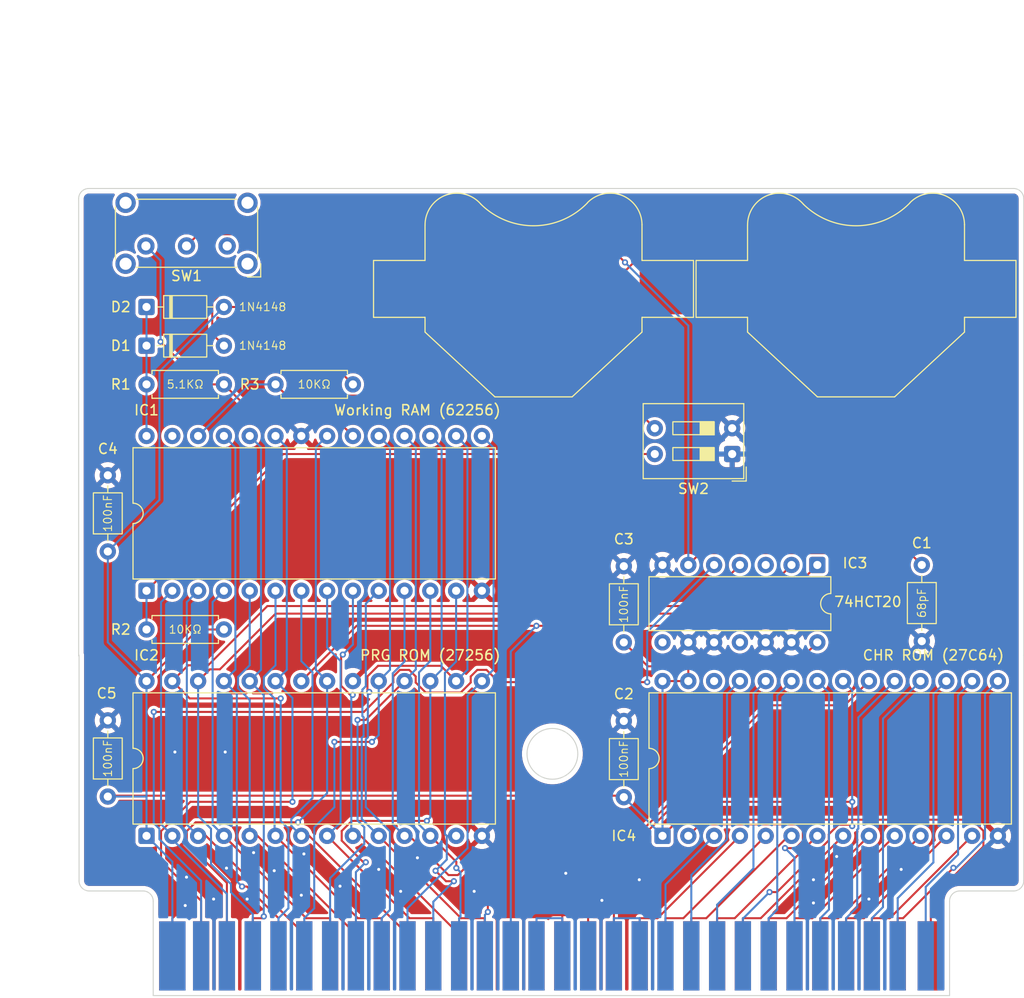
<source format=kicad_pcb>
(kicad_pcb (version 20241229) (generator "pcbnew") (generator_version "9.0")
  (layers (0 "F.Cu" signal) (2 "B.Cu" signal) (13 "F.Paste" user) (15 "B.Paste" user) (5 "F.SilkS" user "F.Silkscreen") (7 "B.SilkS" user "B.Silkscreen") (1 "F.Mask" user) (3 "B.Mask" user) (25 "Edge.Cuts" user))
  (net 0 "")
  (net 1 "Net-(BT1-+)")
  (net 2 "/GND")
  (net 3 "/~{ROMSEL}")
  (net 4 "Net-(H1-cAUDIO)")
  (net 5 "Net-(H1-p~{A13})")
  (net 6 "Net-(SW1-B)")
  (net 7 "/V_{CC}")
  (net 8 "/PA_{4}")
  (net 9 "/PA_{12}")
  (net 10 "/D_{4}")
  (net 11 "/PA_{7}")
  (net 12 "/D_{5}")
  (net 13 "/A_{1}")
  (net 14 "/~{RD}")
  (net 15 "/A_{13}")
  (net 16 "/PA_{0}")
  (net 17 "/PA_{3}")
  (net 18 "/PD_{6}")
  (net 21 "/PD_{5}")
  (net 22 "/D_{1}")
  (net 23 "/D_{2}")
  (net 24 "/D_{7}")
  (net 25 "/PA_{10}")
  (net 26 "/PA_{1}")
  (net 27 "/A_{11}")
  (net 28 "/PD_{1}")
  (net 29 "/A_{3}")
  (net 30 "/A_{0}")
  (net 31 "/PA_{8}")
  (net 32 "/PA_{5}")
  (net 33 "/A_{2}")
  (net 34 "/PA_{9}")
  (net 35 "/A_{7}")
  (net 36 "/D_{0}")
  (net 37 "/D_{3}")
  (net 38 "/A_{14}")
  (net 39 "/PA_{13}")
  (net 40 "/PA_{2}")
  (net 41 "/A_{9}")
  (net 42 "/PD_{7}")
  (net 43 "/O2")
  (net 44 "/A_{5}")
  (net 45 "/PD_{3}")
  (net 46 "/A_{8}")
  (net 47 "/A_{4}")
  (net 48 "/A_{12}")
  (net 49 "/PD_{2}")
  (net 50 "/A_{6}")
  (net 51 "/R{slash}_{W}")
  (net 52 "/PA_{6}")
  (net 53 "/PA_{11}")
  (net 54 "/PD_{4}")
  (net 55 "/D_{6}")
  (net 56 "/PD_{0}")
  (net 57 "/A_{10}")
  (net 58 "/RAMV_{CC}")
  (net 59 "/RAM_{~{CS}}")
  (net 60 "/SWA_{13}")
  (net 61 "/SWA_{14}")
  (net 62 "/R{slash}~{W}")
  (net 65 "Net-(BT1--)")
  (footprint "Battery:BatteryHolder_Multicomp_BC-2001_1x2032" (layer "F.Cu") (at 133.03 77.8874)
    (property "Reference" "BT2" (hide yes))
    (property "Value" "1.5V" (hide yes))
  )
  (footprint "Diode_THT:D_DO-35_SOD27_P7.62mm_Horizontal" (layer "F.Cu") (at 63.18 83.4754)
    (property "Reference" "D1")
    (property "Value" "1N4148")
  )
  (footprint "Button_Switch_THT:SW_DIP_SPSTx02_Slide_9.78x7.26mm_W7.62mm_P2.54mm" (layer "F.Cu") (at 120.838 94.1434 180)
    (property "Reference" "SW2")
    (property "Value" "RAM BANK SW")
  )
  (footprint "Capacitor_THT:C_Axial_L3.8mm_D2.6mm_P7.50mm_Horizontal" (layer "F.Cu") (at 59.37 127.8654 90)
    (property "Reference" "C5")
    (property "Value" "100nF")
  )
  (footprint "Package_DIP:DIP-28_W15.24mm" (layer "F.Cu") (at 113.98 131.7354 90)
    (property "Reference" "IC4")
    (property "Value" "CHR ROM (27C64)")
  )
  (footprint "Button_Switch_THT:SW_E-Switch_EG1224_SPDT_Angled" (layer "F.Cu") (at 71.12 73.66 180)
    (property "Reference" "SW1")
    (property "Value" "BACKUP SW")
  )
  (footprint "Capacitor_THT:C_Axial_L3.8mm_D2.6mm_P7.50mm_Horizontal" (layer "F.Cu") (at 59.37 103.7354 90)
    (property "Reference" "C4")
    (property "Value" "100nF")
  )
  (footprint "Capacitor_THT:C_Axial_L3.8mm_D2.6mm_P7.50mm_Horizontal" (layer "F.Cu") (at 110.17 127.9254 90)
    (property "Reference" "C2")
    (property "Value" "100nF")
  )
  (footprint "Clueless_Engineer:Famicom_Cartridge_Edge_Connector_(long_legs)" (layer "F.Cu") (at 63.854 137.1622)
    (property "Reference" "H1" (hide yes))
    (property "Value" "Famicom_Cartridge_Edge" (hide yes))
  )
  (footprint "Package_DIP:DIP-28_W15.24mm" (layer "F.Cu") (at 63.18 131.7354 90)
    (property "Reference" "IC2")
    (property "Value" "PRG ROM (27256)")
  )
  (footprint "Package_DIP:DIP-14_W7.62mm" (layer "F.Cu") (at 129.22 105.0654 -90)
    (property "Reference" "IC3")
    (property "Value" "74HCT20")
  )
  (footprint "Resistor_THT:R_Axial_DIN0207_L6.3mm_D2.5mm_P7.62mm_Horizontal" (layer "F.Cu") (at 75.88 87.2854)
    (property "Reference" "R3")
    (property "Value" "10KΩ")
  )
  (footprint "Package_DIP:DIP-28_W15.24mm" (layer "F.Cu") (at 63.18 107.6054 90)
    (property "Reference" "IC1")
    (property "Value" "Working RAM (62256)")
  )
  (footprint "Capacitor_THT:C_Axial_L3.8mm_D2.6mm_P7.50mm_Horizontal" (layer "F.Cu") (at 139.507 105.0654 -90)
    (property "Reference" "C1")
    (property "Value" "68pF")
  )
  (footprint "Resistor_THT:R_Axial_DIN0207_L6.3mm_D2.5mm_P7.62mm_Horizontal" (layer "F.Cu") (at 63.18 111.4154)
    (property "Reference" "R2")
    (property "Value" "10KΩ")
  )
  (footprint "Resistor_THT:R_Axial_DIN0207_L6.3mm_D2.5mm_P7.62mm_Horizontal" (layer "F.Cu") (at 63.18 87.2854)
    (property "Reference" "R1")
    (property "Value" "5.1KΩ")
  )
  (footprint "Battery:BatteryHolder_Multicomp_BC-2001_1x2032" (layer "F.Cu") (at 101.28 77.8874)
    (property "Reference" "BT1" (hide yes))
    (property "Value" "1.5V" (hide yes))
  )
  (footprint "Diode_THT:D_DO-35_SOD27_P7.62mm_Horizontal" (layer "F.Cu") (at 63.18 79.6654)
    (property "Reference" "D2")
    (property "Value" "1N4148")
  )
  (footprint "Capacitor_THT:C_Axial_L3.8mm_D2.6mm_P7.50mm_Horizontal" (layer "F.Cu") (at 110.17 112.6854 90)
    (property "Reference" "C3")
    (property "Value" "100nF")
  )
  (gr_line (start 149.54 113.96) (end 149.54 136.16) (stroke (width 0.1)) (layer "Edge.Cuts"))
  (gr_arc (start 142.24 138.16) (mid 142.532893 137.452893) (end 143.24 137.16) (stroke (width 0.1)) (layer "Edge.Cuts"))
  (gr_arc (start 62.84 137.16) (mid 63.547107 137.452893) (end 63.84 138.16) (stroke (width 0.1)) (layer "Edge.Cuts"))
  (gr_line (start 56.54 113.96) (end 56.54 136.16) (stroke (width 0.1)) (layer "Edge.Cuts"))
  (gr_line (start 142.24 147.46) (end 63.84 147.46) (stroke (width 0.1)) (layer "Edge.Cuts"))
  (gr_arc (start 57.54 137.16) (mid 56.832893 136.867107) (end 56.54 136.16) (stroke (width 0.1)) (layer "Edge.Cuts"))
  (gr_circle (center 103.14 123.66) (end 105.64 123.66) (stroke (width 0.1)) (fill no) (layer "Edge.Cuts"))
  (gr_line (start 142.24 138.16) (end 142.24 147.46) (stroke (width 0.1)) (layer "Edge.Cuts"))
  (gr_line (start 56.5 114) (end 56.5 69) (stroke (width 0.1)) (layer "Edge.Cuts"))
  (gr_line (start 148.54 137.16) (end 143.24 137.16) (stroke (width 0.1)) (layer "Edge.Cuts"))
  (gr_line (start 148.54 68) (end 59.5 68) (stroke (width 0.1)) (layer "Edge.Cuts"))
  (gr_arc (start 149.54 136.16) (mid 149.247107 136.867107) (end 148.54 137.16) (stroke (width 0.1)) (layer "Edge.Cuts"))
  (gr_line (start 56.54 113.96) (end 56.5 114) (stroke (width 0.1)) (layer "Edge.Cuts"))
  (gr_line (start 149.54 113.955389) (end 149.54 69) (stroke (width 0.1)) (layer "Edge.Cuts"))
  (gr_arc (start 148.54 68) (mid 149.247107 68.292893) (end 149.54 69) (stroke (width 0.1)) (layer "Edge.Cuts"))
  (gr_arc (start 56.5 69) (mid 56.792893 68.292893) (end 57.5 68) (stroke (width 0.1)) (layer "Edge.Cuts"))
  (gr_line (start 62.84 137.16) (end 57.54 137.16) (stroke (width 0.1)) (layer "Edge.Cuts"))
  (gr_line (start 63.84 147.46) (end 63.84 138.16) (stroke (width 0.1)) (layer "Edge.Cuts"))
  (gr_line (start 57.5 68) (end 59.5 68) (stroke (width 0.1)) (layer "Edge.Cuts"))
  (segment (start 111.4283 77.8874) (end 109.1266 80.1891) (width 0.2) (layer "F.Cu") (net 1))
  (segment (start 93.4334 80.1891) (end 91.1317 77.8874) (width 0.2) (layer "F.Cu") (net 1))
  (segment (start 70.8 83.4754) (end 69.652 82.3274) (width 0.2) (layer "F.Cu") (net 1))
  (segment (start 70.9704 77.8874) (end 88.33 77.8874) (width 0.2) (layer "F.Cu") (net 1))
  (segment (start 88.33 77.8874) (end 91.1317 77.8874) (width 0.2) (layer "F.Cu") (net 1))
  (segment (start 114.23 77.8874) (end 111.4283 77.8874) (width 0.2) (layer "F.Cu") (net 1))
  (segment (start 69.652 82.3274) (end 69.652 79.2058) (width 0.2) (layer "F.Cu") (net 1))
  (segment (start 109.1266 80.1891) (end 93.4334 80.1891) (width 0.2) (layer "F.Cu") (net 1))
  (segment (start 69.652 79.2058) (end 70.9704 77.8874) (width 0.2) (layer "F.Cu") (net 1))
  (segment (start 104.114 135.759389) (end 104.455 135.418389) (width 0.2) (layer "F.Cu") (net 2))
  (segment (start 65.724 139.859389) (end 66.99 138.593389) (width 0.2) (layer "F.Cu") (net 2))
  (segment (start 65.724 143.5572) (end 65.724 139.859389) (width 0.2) (layer "F.Cu") (net 2))
  (segment (start 104.114 143.5522) (end 104.114 135.759389) (width 0.2) (layer "F.Cu") (net 2))
  (via (at 134.3 137.958389) (size 0.6) (drill 0.3) (layers "F.Cu" "B.Cu") (net 2))
  (via (at 89.85 133.894389) (size 0.6) (drill 0.3) (layers "F.Cu" "B.Cu") (net 2))
  (via (at 67.117 135.799389) (size 0.6) (drill 0.3) (layers "F.Cu" "B.Cu") (net 2))
  (via (at 66.99 138.593389) (size 0.6) (drill 0.3) (layers "F.Cu" "B.Cu") (net 2))
  (via (at 131.125 133.767389) (size 0.6) (drill 0.3) (layers "F.Cu" "B.Cu") (net 2))
  (via (at 111.694 136.053389) (size 0.6) (drill 0.3) (layers "F.Cu" "B.Cu") (net 2))
  (via (at 95.438 137.196389) (size 0.6) (drill 0.3) (layers "F.Cu" "B.Cu") (net 2))
  (via (at 69.784 137.958389) (size 0.6) (drill 0.3) (layers "F.Cu" "B.Cu") (net 2))
  (via (at 78.674 133.513389) (size 0.6) (drill 0.3) (layers "F.Cu" "B.Cu") (net 2))
  (via (at 128.839 136.053389) (size 0.6) (drill 0.3) (layers "F.Cu" "B.Cu") (net 2))
  (via (at 73.721 133.386389) (size 0.6) (drill 0.3) (layers "F.Cu" "B.Cu") (net 2))
  (via (at 137.475 135.037389) (size 0.6) (drill 0.3) (layers "F.Cu" "B.Cu") (net 2))
  (via (at 128.839 138.339389) (size 0.6) (drill 0.3) (layers "F.Cu" "B.Cu") (net 2))
  (via (at 70.927 123.480389) (size 0.6) (drill 0.3) (layers "F.Cu" "B.Cu") (net 2))
  (via (at 71.054 134.910389) (size 0.6) (drill 0.3) (layers "F.Cu" "B.Cu") (net 2))
  (via (at 82.23 136.688389) (size 0.6) (drill 0.3) (layers "F.Cu" "B.Cu") (net 2))
  (via (at 75.753 135.164389) (size 0.6) (drill 0.3) (layers "F.Cu" "B.Cu") (net 2))
  (via (at 104.455 135.418389) (size 0.6) (drill 0.3) (layers "F.Cu" "B.Cu") (net 2))
  (via (at 78.42 137.577389) (size 0.6) (drill 0.3) (layers "F.Cu" "B.Cu") (net 2))
  (via (at 86.04 135.037389) (size 0.6) (drill 0.3) (layers "F.Cu" "B.Cu") (net 2))
  (via (at 108.011 138.085389) (size 0.6) (drill 0.3) (layers "F.Cu" "B.Cu") (net 2))
  (via (at 73.086 137.958389) (size 0.6) (drill 0.3) (layers "F.Cu" "B.Cu") (net 2))
  (via (at 88.199 137.196389) (size 0.6) (drill 0.3) (layers "F.Cu" "B.Cu") (net 2))
  (via (at 65.974 123.480389) (size 0.6) (drill 0.3) (layers "F.Cu" "B.Cu") (net 2))
  (segment (start 123.2298 111.0556) (end 101.5639 111.0556) (width 0.2) (layer "F.Cu") (net 3))
  (segment (start 101.5639 111.0556) (end 83.8598 111.0556) (width 0.2) (layer "F.Cu") (net 3))
  (segment (start 129.22 105.0654) (end 123.2298 111.0556) (width 0.2) (layer "F.Cu") (net 3))
  (segment (start 83.8598 111.0556) (end 78.42 116.4954) (width 0.2) (layer "F.Cu") (net 3))
  (via (at 101.5639 111.0556) (size 0.6) (drill 0.3) (layers "F.Cu" "B.Cu") (net 3))
  (segment (start 99.044 143.5522) (end 99.044 113.5755) (width 0.2) (layer "B.Cu") (net 3))
  (segment (start 99.044 113.5755) (end 101.5639 111.0556) (width 0.2) (layer "B.Cu") (net 3))
  (segment (start 104.114 139.8405) (end 101.574 139.8405) (width 0.2) (layer "B.Cu") (net 4))
  (segment (start 101.574 143.5522) (end 101.574 139.8405) (width 0.2) (layer "B.Cu") (net 4))
  (segment (start 104.114 143.5522) (end 104.114 139.8405) (width 0.2) (layer "B.Cu") (net 4))
  (segment (start 111.734 139.8405) (end 109.194 139.8405) (width 0.2) (layer "B.Cu") (net 5))
  (segment (start 109.194 143.5522) (end 109.194 139.8405) (width 0.2) (layer "B.Cu") (net 5))
  (segment (start 111.734 143.5522) (end 111.734 139.8405) (width 0.2) (layer "B.Cu") (net 5))
  (segment (start 68.2776 72.5024) (end 107.5148 72.5024) (width 0.2) (layer "F.Cu") (net 6))
  (segment (start 138.3428 103.9012) (end 139.507 105.0654) (width 0.2) (layer "F.Cu") (net 6))
  (segment (start 67.12 73.66) (end 68.2776 72.5024) (width 0.2) (layer "F.Cu") (net 6))
  (segment (start 117.6842 103.9012) (end 138.3428 103.9012) (width 0.2) (layer "F.Cu") (net 6))
  (segment (start 116.52 105.0654) (end 117.6842 103.9012) (width 0.2) (layer "F.Cu") (net 6))
  (segment (start 107.5148 72.5024) (end 110.2876 75.2752) (width 0.2) (layer "F.Cu") (net 6))
  (via (at 110.2876 75.2752) (size 0.6) (drill 0.3) (layers "F.Cu" "B.Cu") (net 6))
  (segment (start 116.52 81.5076) (end 110.2876 75.2752) (width 0.2) (layer "B.Cu") (net 6))
  (segment (start 116.52 105.0654) (end 116.52 81.5076) (width 0.2) (layer "B.Cu") (net 6))
  (segment (start 59.4557 127.7797) (end 59.37 127.8654) (width 0.2) (layer "F.Cu") (net 7))
  (segment (start 116.52 115.0411) (end 116.52 116.4954) (width 0.2) (layer "F.Cu") (net 7))
  (segment (start 110.0243 127.7797) (end 59.4557 127.7797) (width 0.2) (layer "F.Cu") (net 7))
  (segment (start 112.5257 115.0411) (end 110.17 112.6854) (width 0.2) (layer "F.Cu") (net 7))
  (segment (start 75.88 79.6654) (end 70.8 79.6654) (width 0.2) (layer "F.Cu") (net 7))
  (segment (start 116.52 115.0411) (end 112.5257 115.0411) (width 0.2) (layer "F.Cu") (net 7))
  (segment (start 68.26 111.4154) (end 70.8 111.4154) (width 0.2) (layer "F.Cu") (net 7))
  (segment (start 126.8643 115.0411) (end 116.52 115.0411) (width 0.2) (layer "F.Cu") (net 7))
  (segment (start 144.4693 130.1435) (end 115.5719 130.1435) (width 0.2) (layer "F.Cu") (net 7))
  (segment (start 129.22 112.6854) (end 126.8643 115.0411) (width 0.2) (layer "F.Cu") (net 7))
  (segment (start 63.18 116.4954) (end 68.26 111.4154) (width 0.2) (layer "F.Cu") (net 7))
  (segment (start 145.5724 132.7793) (end 145.5724 131.2466) (width 0.2) (layer "F.Cu") (net 7))
  (segment (start 115.5719 130.1435) (end 113.98 131.7354) (width 0.2) (layer "F.Cu") (net 7))
  (segment (start 113.98 116.4954) (end 116.52 116.4954) (width 0.2) (layer "F.Cu") (net 7))
  (segment (start 83.5 87.2854) (end 75.88 79.6654) (width 0.2) (layer "F.Cu") (net 7))
  (segment (start 110.17 127.9254) (end 110.0243 127.7797) (width 0.2) (layer "F.Cu") (net 7))
  (segment (start 145.5724 131.2466) (end 144.4693 130.1435) (width 0.2) (layer "F.Cu") (net 7))
  (segment (start 140.394 137.9577) (end 145.5724 132.7793) (width 0.2) (layer "F.Cu") (net 7))
  (segment (start 140.394 143.5522) (end 140.394 137.9577) (width 0.2) (layer "F.Cu") (net 7))
  (segment (start 63.18 116.4954) (end 63.18 127.8654) (width 0.2) (layer "B.Cu") (net 7))
  (segment (start 65.724 134.2794) (end 65.724 143.5572) (width 0.2) (layer "B.Cu") (net 7))
  (segment (start 64.45 86.0154) (end 64.45 98.6554) (width 0.2) (layer "B.Cu") (net 7))
  (segment (start 113.98 131.7354) (end 110.17 127.9254) (width 0.2) (layer "B.Cu") (net 7))
  (segment (start 59.37 112.6854) (end 63.18 116.4954) (width 0.2) (layer "B.Cu") (net 7))
  (segment (start 113.98 116.4954) (end 113.98 131.7354) (width 0.2) (layer "B.Cu") (net 7))
  (segment (start 63.18 131.7354) (end 65.724 134.2794) (width 0.2) (layer "B.Cu") (net 7))
  (segment (start 70.8 79.6654) (end 64.45 86.0154) (width 0.2) (layer "B.Cu") (net 7))
  (segment (start 63.18 127.8654) (end 63.18 131.7354) (width 0.2) (layer "B.Cu") (net 7))
  (segment (start 63.18 127.8654) (end 59.37 127.8654) (width 0.2) (layer "B.Cu") (net 7))
  (segment (start 59.37 103.7354) (end 59.37 112.6854) (width 0.2) (layer "B.Cu") (net 7))
  (segment (start 64.45 98.6554) (end 59.37 103.7354) (width 0.2) (layer "B.Cu") (net 7))
  (segment (start 116.814 143.5522) (end 116.814 139.8405) (width 0.2) (layer "F.Cu") (net 8))
  (segment (start 118.288 139.8405) (end 116.814 139.8405) (width 0.2) (layer "F.Cu") (net 8))
  (segment (start 126.68 131.7354) (end 126.3931 131.7354) (width 0.2) (layer "F.Cu") (net 8))
  (segment (start 126.3931 131.7354) (end 118.288 139.8405) (width 0.2) (layer "F.Cu") (net 8))
  (segment (start 117.6589 130.5965) (end 127.197 130.5965) (width 0.2) (layer "F.Cu") (net 9))
  (segment (start 127.197 130.5965) (end 127.7981 131.1976) (width 0.2) (layer "F.Cu") (net 9))
  (segment (start 127.0951 132.9393) (end 126.04 132.9393) (width 0.2) (layer "F.Cu") (net 9))
  (segment (start 127.7981 131.1976) (end 127.7981 132.2363) (width 0.2) (layer "F.Cu") (net 9))
  (segment (start 116.52 131.7354) (end 117.6589 130.5965) (width 0.2) (layer "F.Cu") (net 9))
  (segment (start 127.7981 132.2363) (end 127.0951 132.9393) (width 0.2) (layer "F.Cu") (net 9))
  (via (at 126.04 132.9393) (size 0.6) (drill 0.3) (layers "F.Cu" "B.Cu") (net 9))
  (segment (start 126.974 133.8732) (end 126.974 143.5522) (width 0.2) (layer "B.Cu") (net 9))
  (segment (start 126.9739 133.8732) (end 126.974 133.8732) (width 0.2) (layer "B.Cu") (net 9))
  (segment (start 126.04 132.9393) (end 126.9739 133.8732) (width 0.2) (layer "B.Cu") (net 9))
  (segment (start 84.9297 116.0382) (end 84.9297 117.3863) (width 0.2) (layer "F.Cu") (net 10))
  (segment (start 93.66 116.4954) (end 92.1566 114.992) (width 0.2) (layer "F.Cu") (net 10))
  (segment (start 85.9759 114.992) (end 84.9297 116.0382) (width 0.2) (layer "F.Cu") (net 10))
  (segment (start 84.9297 117.3863) (end 85.1066 117.5632) (width 0.2) (layer "F.Cu") (net 10))
  (segment (start 92.1566 114.992) (end 85.9759 114.992) (width 0.2) (layer "F.Cu") (net 10))
  (via (at 85.1066 117.5632) (size 0.6) (drill 0.3) (layers "F.Cu" "B.Cu") (net 10))
  (segment (start 94.7712 93.4766) (end 94.7712 115.3842) (width 0.2) (layer "B.Cu") (net 10))
  (segment (start 84.7706 128.9079) (end 87.1427 131.28) (width 0.2) (layer "B.Cu") (net 10))
  (segment (start 94.7712 115.3842) (end 93.66 116.4954) (width 0.2) (layer "B.Cu") (net 10))
  (segment (start 87.1427 131.28) (end 87.1427 139.0318) (width 0.2) (layer "B.Cu") (net 10))
  (segment (start 87.1427 139.0318) (end 86.334 139.8405) (width 0.2) (layer "B.Cu") (net 10))
  (segment (start 84.9706 122.0325) (end 84.7706 122.2325) (width 0.2) (layer "B.Cu") (net 10))
  (segment (start 85.1066 117.5632) (end 84.9706 117.6992) (width 0.2) (layer "B.Cu") (net 10))
  (segment (start 86.334 143.5522) (end 86.334 139.8405) (width 0.2) (layer "B.Cu") (net 10))
  (segment (start 84.9706 117.6992) (end 84.9706 122.0325) (width 0.2) (layer "B.Cu") (net 10))
  (segment (start 93.66 92.3654) (end 94.7712 93.4766) (width 0.2) (layer "B.Cu") (net 10))
  (segment (start 84.7706 122.2325) (end 84.7706 128.9079) (width 0.2) (layer "B.Cu") (net 10))
  (segment (start 114.274 143.5522) (end 114.274 136.5214) (width 0.2) (layer "B.Cu") (net 11))
  (segment (start 114.274 136.5214) (end 119.06 131.7354) (width 0.2) (layer "B.Cu") (net 11))
  (segment (start 82.3963 132.199) (end 82.3963 131.2566) (width 0.2) (layer "F.Cu") (net 12))
  (segment (start 84.5268 134.3295) (end 82.3963 132.199) (width 0.2) (layer "F.Cu") (net 12))
  (segment (start 82.3963 131.2566) (end 83.3914 130.2615) (width 0.2) (layer "F.Cu") (net 12))
  (segment (start 84.7654 134.3295) (end 84.5268 134.3295) (width 0.2) (layer "F.Cu") (net 12))
  (segment (start 83.3914 130.2615) (end 90.7786 130.2615) (width 0.2) (layer "F.Cu") (net 12))
  (via (at 84.7654 134.3295) (size 0.6) (drill 0.3) (layers "F.Cu" "B.Cu") (net 12))
  (via (at 90.7786 130.2615) (size 0.6) (drill 0.3) (layers "F.Cu" "B.Cu") (net 12))
  (segment (start 92.2312 93.4766) (end 92.2312 115.3842) (width 0.2) (layer "B.Cu") (net 12))
  (segment (start 92.2312 115.3842) (end 91.12 116.4954) (width 0.2) (layer "B.Cu") (net 12))
  (segment (start 83.794 143.5522) (end 83.794 135.3009) (width 0.2) (layer "B.Cu") (net 12))
  (segment (start 91.12 129.9201) (end 91.12 116.4954) (width 0.2) (layer "B.Cu") (net 12))
  (segment (start 91.12 92.3654) (end 92.2312 93.4766) (width 0.2) (layer "B.Cu") (net 12))
  (segment (start 90.7786 130.2615) (end 91.12 129.9201) (width 0.2) (layer "B.Cu") (net 12))
  (segment (start 83.794 135.3009) (end 84.7654 134.3295) (width 0.2) (layer "B.Cu") (net 12))
  (segment (start 82.3394 116.9603) (end 82.3394 114.0539) (width 0.2) (layer "F.Cu") (net 13))
  (segment (start 82.3394 114.0539) (end 82.5064 113.8869) (width 0.2) (layer "F.Cu") (net 13))
  (segment (start 93.954 141.4211) (end 84.2683 131.7354) (width 0.2) (layer "F.Cu") (net 13))
  (segment (start 83.4778 117.8569) (end 83.236 117.8569) (width 0.2) (layer "F.Cu") (net 13))
  (segment (start 93.954 143.5522) (end 93.954 141.4211) (width 0.2) (layer "F.Cu") (net 13))
  (segment (start 83.236 117.8569) (end 82.3394 116.9603) (width 0.2) (layer "F.Cu") (net 13))
  (segment (start 84.2683 131.7354) (end 83.5 131.7354) (width 0.2) (layer "F.Cu") (net 13))
  (via (at 82.5064 113.8869) (size 0.6) (drill 0.3) (layers "F.Cu" "B.Cu") (net 13))
  (via (at 83.4778 117.8569) (size 0.6) (drill 0.3) (layers "F.Cu" "B.Cu") (net 13))
  (segment (start 82.5064 113.8869) (end 83.5 112.8933) (width 0.2) (layer "B.Cu") (net 13))
  (segment (start 83.5 112.8933) (end 83.5 107.6054) (width 0.2) (layer "B.Cu") (net 13))
  (segment (start 83.3423 131.5777) (end 83.3423 117.9924) (width 0.2) (layer "B.Cu") (net 13))
  (segment (start 83.3423 117.9924) (end 83.4778 117.8569) (width 0.2) (layer "B.Cu") (net 13))
  (segment (start 83.5 131.7354) (end 83.3423 131.5777) (width 0.2) (layer "B.Cu") (net 13))
  (segment (start 124.2898 118.8791) (end 106.654 136.5149) (width 0.2) (layer "F.Cu") (net 14))
  (segment (start 134.3 116.4954) (end 131.9163 118.8791) (width 0.2) (layer "F.Cu") (net 14))
  (segment (start 131.9163 118.8791) (end 124.2898 118.8791) (width 0.2) (layer "F.Cu") (net 14))
  (segment (start 106.654 136.5149) (end 106.654 143.5522) (width 0.2) (layer "F.Cu") (net 14))
  (segment (start 75.8836 109.856) (end 70.3998 115.3398) (width 0.2) (layer "F.Cu") (net 15))
  (segment (start 70.3998 115.3398) (end 69.4156 115.3398) (width 0.2) (layer "F.Cu") (net 15))
  (segment (start 126.68 105.0654) (end 121.8894 109.856) (width 0.2) (layer "F.Cu") (net 15))
  (segment (start 69.4156 115.3398) (end 68.26 116.4954) (width 0.2) (layer "F.Cu") (net 15))
  (segment (start 121.8894 109.856) (end 75.8836 109.856) (width 0.2) (layer "F.Cu") (net 15))
  (segment (start 69.53 131.0402) (end 69.53 134.5174) (width 0.2) (layer "B.Cu") (net 15))
  (segment (start 71.4942 136.4816) (end 71.4942 137.283) (width 0.2) (layer "B.Cu") (net 15))
  (segment (start 73.644 139.4328) (end 73.644 143.5522) (width 0.2) (layer "B.Cu") (net 15))
  (segment (start 68.26 129.7702) (end 69.53 131.0402) (width 0.2) (layer "B.Cu") (net 15))
  (segment (start 69.53 134.5174) (end 71.4942 136.4816) (width 0.2) (layer "B.Cu") (net 15))
  (segment (start 68.26 116.4954) (end 68.26 129.7702) (width 0.2) (layer "B.Cu") (net 15))
  (segment (start 71.4942 137.283) (end 73.644 139.4328) (width 0.2) (layer "B.Cu") (net 15))
  (segment (start 128.7349 139.8405) (end 136.84 131.7354) (width 0.2) (layer "F.Cu") (net 16))
  (segment (start 126.974 143.5522) (end 126.974 139.8405) (width 0.2) (layer "F.Cu") (net 16))
  (segment (start 126.974 139.8405) (end 128.7349 139.8405) (width 0.2) (layer "F.Cu") (net 16))
  (segment (start 129.1999 131.7354) (end 121.0948 139.8405) (width 0.2) (layer "F.Cu") (net 17))
  (segment (start 129.22 131.7354) (end 129.1999 131.7354) (width 0.2) (layer "F.Cu") (net 17))
  (segment (start 121.0948 139.8405) (end 119.354 139.8405) (width 0.2) (layer "F.Cu") (net 17))
  (segment (start 119.354 143.5522) (end 119.354 139.8405) (width 0.2) (layer "F.Cu") (net 17))
  (segment (start 135.686 120.1894) (end 135.686 138.7485) (width 0.2) (layer "B.Cu") (net 18))
  (segment (start 135.686 138.7485) (end 134.594 139.8405) (width 0.2) (layer "B.Cu") (net 18))
  (segment (start 139.38 116.4954) (end 135.686 120.1894) (width 0.2) (layer "B.Cu") (net 18))
  (segment (start 134.594 143.5522) (end 134.594 139.8405) (width 0.2) (layer "B.Cu") (net 18))
  (segment (start 140.65 117.7654) (end 140.65 134.3504) (width 0.2) (layer "B.Cu") (net 21))
  (segment (start 137.134 137.8664) (end 137.134 143.5522) (width 0.2) (layer "B.Cu") (net 21))
  (segment (start 141.92 116.4954) (end 140.65 117.7654) (width 0.2) (layer "B.Cu") (net 21))
  (segment (start 140.65 134.3504) (end 137.134 137.8664) (width 0.2) (layer "B.Cu") (net 21))
  (segment (start 91.12 131.7354) (end 93.681 134.2964) (width 0.2) (layer "F.Cu") (net 22))
  (segment (start 93.681 134.2964) (end 93.681 134.9001) (width 0.2) (layer "F.Cu") (net 22))
  (via (at 93.681 134.9001) (size 0.6) (drill 0.3) (layers "F.Cu" "B.Cu") (net 22))
  (segment (start 90.0087 130.6241) (end 91.12 131.7354) (width 0.2) (layer "B.Cu") (net 22))
  (segment (start 91.12 114.5213) (end 90.0087 115.6326) (width 0.2) (layer "B.Cu") (net 22))
  (segment (start 90.0087 115.6326) (end 90.0087 130.6241) (width 0.2) (layer "B.Cu") (net 22))
  (segment (start 91.12 107.6054) (end 91.12 114.5213) (width 0.2) (layer "B.Cu") (net 22))
  (segment (start 93.954 143.5522) (end 93.954 139.8405) (width 0.2) (layer "B.Cu") (net 22))
  (segment (start 94.0935 139.701) (end 94.0935 135.3126) (width 0.2) (layer "B.Cu") (net 22))
  (segment (start 94.0935 135.3126) (end 93.681 134.9001) (width 0.2) (layer "B.Cu") (net 22))
  (segment (start 93.954 139.8405) (end 94.0935 139.701) (width 0.2) (layer "B.Cu") (net 22))
  (segment (start 91.6382 135.1702) (end 92.666 136.198) (width 0.2) (layer "F.Cu") (net 23))
  (segment (start 92.666 136.198) (end 93.4379 136.198) (width 0.2) (layer "F.Cu") (net 23))
  (via (at 93.4379 136.198) (size 0.6) (drill 0.3) (layers "F.Cu" "B.Cu") (net 23))
  (via (at 91.6382 135.1702) (size 0.6) (drill 0.3) (layers "F.Cu" "B.Cu") (net 23))
  (segment (start 91.414 138.2219) (end 93.4379 136.198) (width 0.2) (layer "B.Cu") (net 23))
  (segment (start 92.7417 131.7354) (end 92.5581 131.5518) (width 0.2) (layer "B.Cu") (net 23))
  (segment (start 92.7417 131.7354) (end 92.7417 134.0667) (width 0.2) (layer "B.Cu") (net 23))
  (segment (start 92.5581 115.6754) (end 93.66 114.5735) (width 0.2) (layer "B.Cu") (net 23))
  (segment (start 93.66 114.5735) (end 93.66 107.6054) (width 0.2) (layer "B.Cu") (net 23))
  (segment (start 91.414 143.5522) (end 91.414 138.2219) (width 0.2) (layer "B.Cu") (net 23))
  (segment (start 92.7417 134.0667) (end 91.6382 135.1702) (width 0.2) (layer "B.Cu") (net 23))
  (segment (start 93.66 131.7354) (end 92.7417 131.7354) (width 0.2) (layer "B.Cu") (net 23))
  (segment (start 92.5581 131.5518) (end 92.5581 115.6754) (width 0.2) (layer "B.Cu") (net 23))
  (segment (start 81.6743 122.4816) (end 85.3723 122.4816) (width 0.2) (layer "F.Cu") (net 24))
  (via (at 85.3723 122.4816) (size 0.6) (drill 0.3) (layers "F.Cu" "B.Cu") (net 24))
  (via (at 81.6743 122.4816) (size 0.6) (drill 0.3) (layers "F.Cu" "B.Cu") (net 24))
  (segment (start 81.6743 128.9108) (end 81.6743 122.4816) (width 0.2) (layer "B.Cu") (net 24))
  (segment (start 78.714 143.5522) (end 78.714 139.8405) (width 0.2) (layer "B.Cu") (net 24))
  (segment (start 79.69 130.8951) (end 81.6743 128.9108) (width 0.2) (layer "B.Cu") (net 24))
  (segment (start 85.3723 122.4816) (end 86.04 121.8139) (width 0.2) (layer "B.Cu") (net 24))
  (segment (start 87.1512 93.4766) (end 87.1512 115.3842) (width 0.2) (layer "B.Cu") (net 24))
  (segment (start 79.69 138.8645) (end 79.69 130.8951) (width 0.2) (layer "B.Cu") (net 24))
  (segment (start 86.04 121.8139) (end 86.04 116.4954) (width 0.2) (layer "B.Cu") (net 24))
  (segment (start 86.04 92.3654) (end 87.1512 93.4766) (width 0.2) (layer "B.Cu") (net 24))
  (segment (start 78.714 139.8405) (end 79.69 138.8645) (width 0.2) (layer "B.Cu") (net 24))
  (segment (start 87.1512 115.3842) (end 86.04 116.4954) (width 0.2) (layer "B.Cu") (net 24))
  (segment (start 115.4041 128.3824) (end 132.6566 128.3824) (width 0.2) (layer "F.Cu") (net 25))
  (segment (start 109.194 134.5925) (end 115.4041 128.3824) (width 0.2) (layer "F.Cu") (net 25))
  (segment (start 132.5127 130.6337) (end 132.6526 130.7736) (width 0.2) (layer "F.Cu") (net 25))
  (segment (start 125.2497 137.2705) (end 130.3485 132.1717) (width 0.2) (layer "F.Cu") (net 25))
  (segment (start 130.3485 132.1717) (end 130.3485 131.5835) (width 0.2) (layer "F.Cu") (net 25))
  (segment (start 124.5156 137.2705) (end 125.2497 137.2705) (width 0.2) (layer "F.Cu") (net 25))
  (segment (start 131.2983 130.6337) (end 132.5127 130.6337) (width 0.2) (layer "F.Cu") (net 25))
  (segment (start 109.194 143.5522) (end 109.194 134.5925) (width 0.2) (layer "F.Cu") (net 25))
  (segment (start 130.3485 131.5835) (end 131.2983 130.6337) (width 0.2) (layer "F.Cu") (net 25))
  (via (at 132.6526 130.7736) (size 0.6) (drill 0.3) (layers "F.Cu" "B.Cu") (net 25))
  (via (at 132.6566 128.3824) (size 0.6) (drill 0.3) (layers "F.Cu" "B.Cu") (net 25))
  (via (at 124.5156 137.2705) (size 0.6) (drill 0.3) (layers "F.Cu" "B.Cu") (net 25))
  (segment (start 132.6566 128.3824) (end 132.6526 128.3824) (width 0.2) (layer "B.Cu") (net 25))
  (segment (start 121.894 143.5522) (end 121.894 139.8405) (width 0.2) (layer "B.Cu") (net 25))
  (segment (start 132.6526 130.7736) (end 132.6526 128.3824) (width 0.2) (layer "B.Cu") (net 25))
  (segment (start 132.6526 128.3824) (end 132.6526 117.388) (width 0.2) (layer "B.Cu") (net 25))
  (segment (start 121.894 139.8405) (end 121.9456 139.8405) (width 0.2) (layer "B.Cu") (net 25))
  (segment (start 132.6526 117.388) (end 131.76 116.4954) (width 0.2) (layer "B.Cu") (net 25))
  (segment (start 121.9456 139.8405) (end 124.5156 137.2705) (width 0.2) (layer "B.Cu") (net 25))
  (segment (start 124.434 139.8405) (end 126.1949 139.8405) (width 0.2) (layer "F.Cu") (net 26))
  (segment (start 126.1949 139.8405) (end 134.3 131.7354) (width 0.2) (layer "F.Cu") (net 26))
  (segment (start 124.434 143.5522) (end 124.434 139.8405) (width 0.2) (layer "F.Cu") (net 26))
  (segment (start 67.4982 128.3824) (end 77.5485 128.3824) (width 0.2) (layer "F.Cu") (net 27))
  (segment (start 64.6118 134.1862) (end 64.6118 131.2688) (width 0.2) (layer "F.Cu") (net 27))
  (segment (start 68.554 143.5522) (end 68.554 138.1284) (width 0.2) (layer "F.Cu") (net 27))
  (segment (start 68.554 138.1284) (end 64.6118 134.1862) (width 0.2) (layer "F.Cu") (net 27))
  (segment (start 64.6118 131.2688) (end 67.4982 128.3824) (width 0.2) (layer "F.Cu") (net 27))
  (via (at 77.5485 128.3824) (size 0.6) (drill 0.3) (layers "F.Cu" "B.Cu") (net 27))
  (segment (start 76.9912 115.3842) (end 75.88 116.4954) (width 0.2) (layer "B.Cu") (net 27))
  (segment (start 77.5485 118.1639) (end 75.88 116.4954) (width 0.2) (layer "B.Cu") (net 27))
  (segment (start 76.9912 93.4766) (end 76.9912 115.3842) (width 0.2) (layer "B.Cu") (net 27))
  (segment (start 75.88 92.3654) (end 76.9912 93.4766) (width 0.2) (layer "B.Cu") (net 27))
  (segment (start 77.5485 128.3824) (end 77.5485 118.1639) (width 0.2) (layer "B.Cu") (net 27))
  (segment (start 132.054 143.5522) (end 132.054 139.8405) (width 0.2) (layer "F.Cu") (net 28))
  (segment (start 133.8149 139.8405) (end 141.92 131.7354) (width 0.2) (layer "F.Cu") (net 28))
  (segment (start 132.054 139.8405) (end 133.8149 139.8405) (width 0.2) (layer "F.Cu") (net 28))
  (segment (start 79.1883 131.7354) (end 78.42 131.7354) (width 0.2) (layer "F.Cu") (net 29))
  (segment (start 88.874 141.4211) (end 79.1883 131.7354) (width 0.2) (layer "F.Cu") (net 29))
  (segment (start 88.874 143.5522) (end 88.874 141.4211) (width 0.2) (layer "F.Cu") (net 29))
  (segment (start 78.42 131.7333) (end 77.4346 130.7479) (width 0.2) (layer "B.Cu") (net 29))
  (segment (start 78.42 131.7354) (end 78.42 131.7333) (width 0.2) (layer "B.Cu") (net 29))
  (segment (start 79.5221 128.0039) (end 79.5221 115.6323) (width 0.2) (layer "B.Cu") (net 29))
  (segment (start 77.4346 130.7479) (end 77.4346 130.0914) (width 0.2) (layer "B.Cu") (net 29))
  (segment (start 78.42 114.5302) (end 78.42 107.6054) (width 0.2) (layer "B.Cu") (net 29))
  (segment (start 79.5221 115.6323) (end 78.42 114.5302) (width 0.2) (layer "B.Cu") (net 29))
  (segment (start 77.4346 130.0914) (end 79.5221 128.0039) (width 0.2) (layer "B.Cu") (net 29))
  (segment (start 94.1451 139.8405) (end 86.04 131.7354) (width 0.2) (layer "F.Cu") (net 30))
  (segment (start 96.474 143.5522) (end 96.474 139.8405) (width 0.2) (layer "F.Cu") (net 30))
  (segment (start 96.474 139.8405) (end 94.1451 139.8405) (width 0.2) (layer "F.Cu") (net 30))
  (segment (start 84.3689 122.0662) (end 84.3689 130.0643) (width 0.2) (layer "B.Cu") (net 30))
  (segment (start 84.5563 121.8788) (end 84.3689 122.0662) (width 0.2) (layer "B.Cu") (net 30))
  (segment (start 84.77 117.0008) (end 84.4313 117.3395) (width 0.2) (layer "B.Cu") (net 30))
  (segment (start 84.3689 130.0643) (end 86.04 131.7354) (width 0.2) (layer "B.Cu") (net 30))
  (segment (start 84.4313 117.3395) (end 84.4313 119.9445) (width 0.2) (layer "B.Cu") (net 30))
  (segment (start 84.77 108.8754) (end 84.77 117.0008) (width 0.2) (layer "B.Cu") (net 30))
  (segment (start 86.04 107.6054) (end 84.77 108.8754) (width 0.2) (layer "B.Cu") (net 30))
  (segment (start 84.4313 119.9445) (end 84.5563 120.0695) (width 0.2) (layer "B.Cu") (net 30))
  (segment (start 84.5563 120.0695) (end 84.5563 121.8788) (width 0.2) (layer "B.Cu") (net 30))
  (segment (start 121.6 116.4954) (end 120.33 117.7654) (width 0.2) (layer "B.Cu") (net 31))
  (segment (start 120.33 117.7654) (end 120.33 132.0726) (width 0.2) (layer "B.Cu") (net 31))
  (segment (start 120.33 132.0726) (end 116.814 135.5886) (width 0.2) (layer "B.Cu") (net 31))
  (segment (start 116.814 135.5886) (end 116.814 143.5522) (width 0.2) (layer "B.Cu") (net 31))
  (segment (start 114.264 139.8405) (end 116.0349 139.8405) (width 0.2) (layer "F.Cu") (net 32))
  (segment (start 114.264 143.5522) (end 114.264 139.8405) (width 0.2) (layer "F.Cu") (net 32))
  (segment (start 116.0349 139.8405) (end 124.14 131.7354) (width 0.2) (layer "F.Cu") (net 32))
  (segment (start 89.0651 139.8405) (end 80.96 131.7354) (width 0.2) (layer "F.Cu") (net 33))
  (segment (start 91.414 139.8405) (end 89.0651 139.8405) (width 0.2) (layer "F.Cu") (net 33))
  (segment (start 91.414 143.5522) (end 91.414 139.8405) (width 0.2) (layer "F.Cu") (net 33))
  (segment (start 82.2885 114.5198) (end 82.2885 130.4069) (width 0.2) (layer "B.Cu") (net 33))
  (segment (start 80.96 107.6054) (end 80.96 113.1913) (width 0.2) (layer "B.Cu") (net 33))
  (segment (start 80.96 113.1913) (end 82.2885 114.5198) (width 0.2) (layer "B.Cu") (net 33))
  (segment (start 82.2885 130.4069) (end 80.96 131.7354) (width 0.2) (layer "B.Cu") (net 33))
  (segment (start 122.9321 117.7033) (end 122.9321 134.9392) (width 0.2) (layer "B.Cu") (net 34))
  (segment (start 124.14 116.4954) (end 122.9321 117.7033) (width 0.2) (layer "B.Cu") (net 34))
  (segment (start 119.354 138.5173) (end 119.354 143.5522) (width 0.2) (layer "B.Cu") (net 34))
  (segment (start 122.9321 134.9392) (end 119.354 138.5173) (width 0.2) (layer "B.Cu") (net 34))
  (segment (start 69.0283 131.7354) (end 68.26 131.7354) (width 0.2) (layer "F.Cu") (net 35))
  (segment (start 78.714 143.5522) (end 78.714 141.4211) (width 0.2) (layer "F.Cu") (net 35))
  (segment (start 78.714 141.4211) (end 69.0283 131.7354) (width 0.2) (layer "F.Cu") (net 35))
  (segment (start 67.1487 108.7167) (end 67.1487 130.6241) (width 0.2) (layer "B.Cu") (net 35))
  (segment (start 67.1487 130.6241) (end 68.26 131.7354) (width 0.2) (layer "B.Cu") (net 35))
  (segment (start 68.26 107.6054) (end 67.1487 108.7167) (width 0.2) (layer "B.Cu") (net 35))
  (segment (start 92.9152 135.5963) (end 89.0543 131.7354) (width 0.2) (layer "F.Cu") (net 36))
  (segment (start 89.0543 131.7354) (end 88.58 131.7354) (width 0.2) (layer "F.Cu") (net 36))
  (segment (start 94.4323 135) (end 93.836 135.5963) (width 0.2) (layer "F.Cu") (net 36))
  (segment (start 95.0003 134.4818) (end 94.6677 134.4818) (width 0.2) (layer "F.Cu") (net 36))
  (segment (start 93.836 135.5963) (end 92.9152 135.5963) (width 0.2) (layer "F.Cu") (net 36))
  (segment (start 96.7836 139.2246) (end 96.7836 136.2651) (width 0.2) (layer "F.Cu") (net 36))
  (segment (start 96.7836 136.2651) (end 95.0003 134.4818) (width 0.2) (layer "F.Cu") (net 36))
  (segment (start 94.6677 134.4818) (end 94.4323 134.7172) (width 0.2) (layer "F.Cu") (net 36))
  (segment (start 94.4323 134.7172) (end 94.4323 135) (width 0.2) (layer "F.Cu") (net 36))
  (via (at 96.7836 139.2246) (size 0.6) (drill 0.3) (layers "F.Cu" "B.Cu") (net 36))
  (segment (start 87.4233 130.5787) (end 87.4233 115.7351) (width 0.2) (layer "B.Cu") (net 36))
  (segment (start 88.58 131.7354) (end 87.4233 130.5787) (width 0.2) (layer "B.Cu") (net 36))
  (segment (start 88.58 114.5784) (end 88.58 107.6054) (width 0.2) (layer "B.Cu") (net 36))
  (segment (start 96.494 139.5142) (end 96.494 143.5522) (width 0.2) (layer "B.Cu") (net 36))
  (segment (start 87.4233 115.7351) (end 88.58 114.5784) (width 0.2) (layer "B.Cu") (net 36))
  (segment (start 96.7836 139.2246) (end 96.494 139.5142) (width 0.2) (layer "B.Cu") (net 36))
  (segment (start 88.874 143.5522) (end 88.874 139.8405) (width 0.2) (layer "B.Cu") (net 37))
  (segment (start 88.874 138.8563) (end 88.874 139.8405) (width 0.2) (layer "B.Cu") (net 37))
  (segment (start 97.3455 93.5109) (end 97.3455 115.3499) (width 0.2) (layer "B.Cu") (net 37))
  (segment (start 94.7885 132.9418) (end 88.874 138.8563) (width 0.2) (layer "B.Cu") (net 37))
  (segment (start 96.2 116.4954) (end 94.7885 117.9069) (width 0.2) (layer "B.Cu") (net 37))
  (segment (start 94.7885 117.9069) (end 94.7885 132.9418) (width 0.2) (layer "B.Cu") (net 37))
  (segment (start 96.2 92.3654) (end 97.3455 93.5109) (width 0.2) (layer "B.Cu") (net 37))
  (segment (start 97.3455 115.3499) (end 96.2 116.4954) (width 0.2) (layer "B.Cu") (net 37))
  (segment (start 67.2758 114.9396) (end 69.2478 114.9396) (width 0.2) (layer "F.Cu") (net 38))
  (segment (start 67.4282 118.2036) (end 76.3883 118.2036) (width 0.2) (layer "F.Cu") (net 38))
  (segment (start 65.72 116.4954) (end 67.2758 114.9396) (width 0.2) (layer "F.Cu") (net 38))
  (segment (start 117.5566 109.1088) (end 121.6 105.0654) (width 0.2) (layer "F.Cu") (net 38))
  (segment (start 69.2478 114.9396) (end 75.0786 109.1088) (width 0.2) (layer "F.Cu") (net 38))
  (segment (start 75.0786 109.1088) (end 117.5566 109.1088) (width 0.2) (layer "F.Cu") (net 38))
  (segment (start 65.72 116.4954) (end 67.4282 118.2036) (width 0.2) (layer "F.Cu") (net 38))
  (via (at 76.3883 118.2036) (size 0.6) (drill 0.3) (layers "F.Cu" "B.Cu") (net 38))
  (segment (start 76.3883 118.2036) (end 76.3883 130.2696) (width 0.2) (layer "B.Cu") (net 38))
  (segment (start 77.15 138.8645) (end 76.174 139.8405) (width 0.2) (layer "B.Cu") (net 38))
  (segment (start 76.174 143.5522) (end 76.174 139.8405) (width 0.2) (layer "B.Cu") (net 38))
  (segment (start 76.3883 130.2696) (end 77.15 131.0313) (width 0.2) (layer "B.Cu") (net 38))
  (segment (start 77.15 131.0313) (end 77.15 138.8645) (width 0.2) (layer "B.Cu") (net 38))
  (segment (start 129.514 139.8405) (end 130.368 138.9865) (width 0.2) (layer "B.Cu") (net 39))
  (segment (start 129.514 143.5522) (end 129.514 139.8405) (width 0.2) (layer "B.Cu") (net 39))
  (segment (start 130.368 117.6434) (end 129.22 116.4954) (width 0.2) (layer "B.Cu") (net 39))
  (segment (start 130.368 138.9865) (end 130.368 117.6434) (width 0.2) (layer "B.Cu") (net 39))
  (segment (start 121.894 139.8405) (end 123.6549 139.8405) (width 0.2) (layer "F.Cu") (net 40))
  (segment (start 123.6549 139.8405) (end 131.76 131.7354) (width 0.2) (layer "F.Cu") (net 40))
  (segment (start 121.894 143.5522) (end 121.894 139.8405) (width 0.2) (layer "F.Cu") (net 40))
  (segment (start 73.644 139.8405) (end 74.5496 139.8405) (width 0.2) (layer "F.Cu") (net 41))
  (segment (start 73.644 143.5522) (end 73.644 139.8405) (width 0.2) (layer "F.Cu") (net 41))
  (segment (start 74.5496 139.8405) (end 74.725 139.6651) (width 0.2) (layer "F.Cu") (net 41))
  (via (at 74.725 139.6651) (size 0.6) (drill 0.3) (layers "F.Cu" "B.Cu") (net 41))
  (segment (start 74.4512 115.3842) (end 73.34 116.4954) (width 0.2) (layer "B.Cu") (net 41))
  (segment (start 73.34 92.3654) (end 74.4512 93.4766) (width 0.2) (layer "B.Cu") (net 41))
  (segment (start 74.725 117.8804) (end 74.725 139.6651) (width 0.2) (layer "B.Cu") (net 41))
  (segment (start 74.4512 93.4766) (end 74.4512 115.3842) (width 0.2) (layer "B.Cu") (net 41))
  (segment (start 73.34 116.4954) (end 74.725 117.8804) (width 0.2) (layer "B.Cu") (net 41))
  (segment (start 132.054 139.8405) (end 133.146 138.7485) (width 0.2) (layer "B.Cu") (net 42))
  (segment (start 133.146 138.7485) (end 133.146 131.1311) (width 0.2) (layer "B.Cu") (net 42))
  (segment (start 133.146 131.1311) (end 133.2583 131.0188) (width 0.2) (layer "B.Cu") (net 42))
  (segment (start 132.054 143.5522) (end 132.054 139.8405) (width 0.2) (layer "B.Cu") (net 42))
  (segment (start 133.2583 120.0771) (end 136.84 116.4954) (width 0.2) (layer "B.Cu") (net 42))
  (segment (start 133.2583 131.0188) (end 133.2583 120.0771) (width 0.2) (layer "B.Cu") (net 42))
  (segment (start 96.6564 115.3937) (end 95.7437 115.3937) (width 0.2) (layer "F.Cu") (net 43))
  (segment (start 95.0983 116.0391) (end 95.0983 116.637) (width 0.2) (layer "F.Cu") (net 43))
  (segment (start 89.6817 116.039) (end 89.0364 115.3937) (width 0.2) (layer "F.Cu") (net 43))
  (segment (start 90.665 117.626) (end 89.6817 116.6427) (width 0.2) (layer "F.Cu") (net 43))
  (segment (start 94.1093 117.626) (end 90.665 117.626) (width 0.2) (layer "F.Cu") (net 43))
  (segment (start 97.8611 116.5984) (end 96.6564 115.3937) (width 0.2) (layer "F.Cu") (net 43))
  (segment (start 84.5772 119.5311) (end 63.8944 119.5311) (width 0.2) (layer "F.Cu") (net 43))
  (segment (start 87.4783 116.63) (end 84.5772 119.5311) (width 0.2) (layer "F.Cu") (net 43))
  (segment (start 88.1237 115.3937) (end 87.4783 116.0391) (width 0.2) (layer "F.Cu") (net 43))
  (segment (start 89.0364 115.3937) (end 88.1237 115.3937) (width 0.2) (layer "F.Cu") (net 43))
  (segment (start 95.7437 115.3937) (end 95.0983 116.0391) (width 0.2) (layer "F.Cu") (net 43))
  (segment (start 87.4783 116.0391) (end 87.4783 116.63) (width 0.2) (layer "F.Cu") (net 43))
  (segment (start 89.6817 116.6427) (end 89.6817 116.039) (width 0.2) (layer "F.Cu") (net 43))
  (segment (start 97.8611 116.5985) (end 97.8611 116.5984) (width 0.2) (layer "F.Cu") (net 43))
  (segment (start 63.8944 119.5311) (end 63.8944 119.5312) (width 0.2) (layer "F.Cu") (net 43))
  (segment (start 95.0983 116.637) (end 94.1093 117.626) (width 0.2) (layer "F.Cu") (net 43))
  (segment (start 112.4711 116.5985) (end 97.8611 116.5985) (width 0.2) (layer "F.Cu") (net 43))
  (via (at 63.8944 119.5312) (size 0.6) (drill 0.3) (layers "F.Cu" "B.Cu") (net 43))
  (via (at 112.4711 116.5985) (size 0.6) (drill 0.3) (layers "F.Cu" "B.Cu") (net 43))
  (segment (start 64.4505 132.0645) (end 68.554 136.168) (width 0.2) (layer "B.Cu") (net 43))
  (segment (start 63.8944 119.5312) (end 63.8944 130.4757) (width 0.2) (layer "B.Cu") (net 43))
  (segment (start 119.06 105.0654) (end 112.4711 111.6543) (width 0.2) (layer "B.Cu") (net 43))
  (segment (start 112.4711 111.6543) (end 112.4711 116.5985) (width 0.2) (layer "B.Cu") (net 43))
  (segment (start 63.8944 130.4757) (end 64.4505 131.0318) (width 0.2) (layer "B.Cu") (net 43))
  (segment (start 64.4505 131.0318) (end 64.4505 132.0645) (width 0.2) (layer "B.Cu") (net 43))
  (segment (start 68.554 136.168) (end 68.554 143.5522) (width 0.2) (layer "B.Cu") (net 43))
  (segment (start 83.794 141.4211) (end 74.1083 131.7354) (width 0.2) (layer "F.Cu") (net 44))
  (segment (start 74.1083 131.7354) (end 73.34 131.7354) (width 0.2) (layer "F.Cu") (net 44))
  (segment (start 83.794 143.5522) (end 83.794 141.4211) (width 0.2) (layer "F.Cu") (net 44))
  (segment (start 73.34 107.6054) (end 73.34 114.9374) (width 0.2) (layer "B.Cu") (net 44))
  (segment (start 73.34 118.3529) (end 73.34 131.7354) (width 0.2) (layer "B.Cu") (net 44))
  (segment (start 72.1932 117.2061) (end 73.34 118.3529) (width 0.2) (layer "B.Cu") (net 44))
  (segment (start 72.1932 116.0842) (end 72.1932 117.2061) (width 0.2) (layer "B.Cu") (net 44))
  (segment (start 73.34 114.9374) (end 72.1932 116.0842) (width 0.2) (layer "B.Cu") (net 44))
  (segment (start 137.134 143.5522) (end 137.134 139.8405) (width 0.2) (layer "F.Cu") (net 45))
  (segment (start 137.6603 139.8405) (end 142.6187 134.8821) (width 0.2) (layer "F.Cu") (net 45))
  (segment (start 137.134 139.8405) (end 137.6603 139.8405) (width 0.2) (layer "F.Cu") (net 45))
  (via (at 142.6187 134.8821) (size 0.6) (drill 0.3) (layers "F.Cu" "B.Cu") (net 45))
  (segment (start 142.8833 134.8821) (end 145.73 132.0354) (width 0.2) (layer "B.Cu") (net 45))
  (segment (start 145.73 132.0354) (end 145.73 117.7654) (width 0.2) (layer "B.Cu") (net 45))
  (segment (start 142.6187 134.8821) (end 142.8833 134.8821) (width 0.2) (layer "B.Cu") (net 45))
  (segment (start 145.73 117.7654) (end 147 116.4954) (width 0.2) (layer "B.Cu") (net 45))
  (segment (start 76.174 143.5522) (end 76.174 139.8405) (width 0.2) (layer "F.Cu") (net 46))
  (segment (start 73.0557 136.7222) (end 72.5835 136.7222) (width 0.2) (layer "F.Cu") (net 46))
  (segment (start 76.174 139.8405) (end 73.0557 136.7222) (width 0.2) (layer "F.Cu") (net 46))
  (via (at 72.5835 136.7222) (size 0.6) (drill 0.3) (layers "F.Cu" "B.Cu") (net 46))
  (segment (start 72.5835 136.7222) (end 72.07 136.2087) (width 0.2) (layer "B.Cu") (net 46))
  (segment (start 71.9293 93.4947) (end 71.9293 115.3661) (width 0.2) (layer "B.Cu") (net 46))
  (segment (start 72.07 136.2087) (end 72.07 117.7654) (width 0.2) (layer "B.Cu") (net 46))
  (segment (start 70.8 92.3654) (end 71.9293 93.4947) (width 0.2) (layer "B.Cu") (net 46))
  (segment (start 72.07 117.7654) (end 70.8 116.4954) (width 0.2) (layer "B.Cu") (net 46))
  (segment (start 71.9293 115.3661) (end 70.8 116.4954) (width 0.2) (layer "B.Cu") (net 46))
  (segment (start 83.9851 139.8405) (end 75.88 131.7354) (width 0.2) (layer "F.Cu") (net 47))
  (segment (start 86.334 139.8405) (end 83.9851 139.8405) (width 0.2) (layer "F.Cu") (net 47))
  (segment (start 86.334 143.5522) (end 86.334 139.8405) (width 0.2) (layer "F.Cu") (net 47))
  (segment (start 74.7332 116.0842) (end 74.7332 117.163) (width 0.2) (layer "B.Cu") (net 47))
  (segment (start 75.88 114.9374) (end 74.7332 116.0842) (width 0.2) (layer "B.Cu") (net 47))
  (segment (start 75.88 107.6054) (end 75.88 114.9374) (width 0.2) (layer "B.Cu") (net 47))
  (segment (start 75.7866 131.642) (end 75.88 131.7354) (width 0.2) (layer "B.Cu") (net 47))
  (segment (start 75.7866 118.2164) (end 75.7866 131.642) (width 0.2) (layer "B.Cu") (net 47))
  (segment (start 74.7332 117.163) (end 75.7866 118.2164) (width 0.2) (layer "B.Cu") (net 47))
  (segment (start 71.094 137.4508) (end 71.094 143.5522) (width 0.2) (layer "B.Cu") (net 48))
  (segment (start 64.6087 108.7167) (end 65.72 107.6054) (width 0.2) (layer "B.Cu") (net 48))
  (segment (start 65.72 131.7354) (end 65.72 131.6988) (width 0.2) (layer "B.Cu") (net 48))
  (segment (start 65.72 131.7354) (end 65.72 132.0768) (width 0.2) (layer "B.Cu") (net 48))
  (segment (start 64.6087 130.5875) (end 64.6087 108.7167) (width 0.2) (layer "B.Cu") (net 48))
  (segment (start 65.72 131.6988) (end 64.6087 130.5875) (width 0.2) (layer "B.Cu") (net 48))
  (segment (start 65.72 132.0768) (end 71.094 137.4508) (width 0.2) (layer "B.Cu") (net 48))
  (segment (start 134.594 139.8405) (end 136.3549 139.8405) (width 0.2) (layer "F.Cu") (net 49))
  (segment (start 134.594 143.5522) (end 134.594 139.8405) (width 0.2) (layer "F.Cu") (net 49))
  (segment (start 136.3549 139.8405) (end 144.46 131.7354) (width 0.2) (layer "F.Cu") (net 49))
  (segment (start 81.254 143.5522) (end 81.254 139.8405) (width 0.2) (layer "F.Cu") (net 50))
  (segment (start 78.9051 139.8405) (end 70.8 131.7354) (width 0.2) (layer "F.Cu") (net 50))
  (segment (start 81.254 139.8405) (end 78.9051 139.8405) (width 0.2) (layer "F.Cu") (net 50))
  (segment (start 69.6887 130.6241) (end 70.8 131.7354) (width 0.2) (layer "B.Cu") (net 50))
  (segment (start 70.8 107.6054) (end 69.6887 108.7167) (width 0.2) (layer "B.Cu") (net 50))
  (segment (start 69.6887 108.7167) (end 69.6887 130.6241) (width 0.2) (layer "B.Cu") (net 50))
  (segment (start 113.4949 139.8405) (end 121.6 131.7354) (width 0.2) (layer "F.Cu") (net 52))
  (segment (start 111.734 139.8405) (end 113.4949 139.8405) (width 0.2) (layer "F.Cu") (net 52))
  (segment (start 111.734 143.5522) (end 111.734 139.8405) (width 0.2) (layer "F.Cu") (net 52))
  (segment (start 125.2745 117.9009) (end 126.68 116.4954) (width 0.2) (layer "B.Cu") (net 53))
  (segment (start 124.434 143.5522) (end 124.434 139.8405) (width 0.2) (layer "B.Cu") (net 53))
  (segment (start 124.434 139.8405) (end 125.2745 139) (width 0.2) (layer "B.Cu") (net 53))
  (segment (start 125.2745 139) (end 125.2745 117.9009) (width 0.2) (layer "B.Cu") (net 53))
  (segment (start 143.0758 117.8796) (end 143.0758 133.5742) (width 0.2) (layer "B.Cu") (net 54))
  (segment (start 139.894 136.756) (end 139.894 143.5522) (width 0.2) (layer "B.Cu") (net 54))
  (segment (start 143.0758 133.5742) (end 139.894 136.756) (width 0.2) (layer "B.Cu") (net 54))
  (segment (start 144.46 116.4954) (end 143.0758 117.8796) (width 0.2) (layer "B.Cu") (net 54))
  (segment (start 84.7567 120.3187) (end 83.9546 120.3187) (width 0.2) (layer "F.Cu") (net 55))
  (segment (start 88.58 116.4954) (end 84.7567 120.3187) (width 0.2) (layer "F.Cu") (net 55))
  (via (at 83.9546 120.3187) (size 0.6) (drill 0.3) (layers "F.Cu" "B.Cu") (net 55))
  (segment (start 88.58 92.3654) (end 89.6912 93.4766) (width 0.2) (layer "B.Cu") (net 55))
  (segment (start 89.6912 115.3456) (end 88.58 116.4568) (width 0.2) (layer "B.Cu") (net 55))
  (segment (start 83.9546 120.3187) (end 83.9546 130.2248) (width 0.2) (layer "B.Cu") (net 55))
  (segment (start 83.9546 130.2248) (end 84.6171 130.8873) (width 0.2) (layer "B.Cu") (net 55))
  (segment (start 84.6171 132.5292) (end 81.254 135.8923) (width 0.2) (layer "B.Cu") (net 55))
  (segment (start 89.6912 93.4766) (end 89.6912 115.3456) (width 0.2) (layer "B.Cu") (net 55))
  (segment (start 81.254 135.8923) (end 81.254 143.5522) (width 0.2) (layer "B.Cu") (net 55))
  (segment (start 88.58 116.4568) (end 88.58 116.4954) (width 0.2) (layer "B.Cu") (net 55))
  (segment (start 84.6171 130.8873) (end 84.6171 132.5292) (width 0.2) (layer "B.Cu") (net 55))
  (segment (start 129.514 139.8405) (end 131.2749 139.8405) (width 0.2) (layer "F.Cu") (net 56))
  (segment (start 131.2749 139.8405) (end 139.38 131.7354) (width 0.2) (layer "F.Cu") (net 56))
  (segment (start 129.514 143.5522) (end 129.514 139.8405) (width 0.2) (layer "F.Cu") (net 56))
  (segment (start 67.1477 132.4231) (end 67.1477 131.265) (width 0.2) (layer "F.Cu") (net 57))
  (segment (start 67.1477 131.265) (end 68.0162 130.3965) (width 0.2) (layer "F.Cu") (net 57))
  (segment (start 71.094 136.3694) (end 67.1477 132.4231) (width 0.2) (layer "F.Cu") (net 57))
  (segment (start 71.094 143.5522) (end 71.094 136.3694) (width 0.2) (layer "F.Cu") (net 57))
  (segment (start 68.0162 130.3965) (end 78.0951 130.3965) (width 0.2) (layer "F.Cu") (net 57))
  (via (at 78.0951 130.3965) (size 0.6) (drill 0.3) (layers "F.Cu" "B.Cu") (net 57))
  (segment (start 79.8487 115.3841) (end 80.96 116.4954) (width 0.2) (layer "B.Cu") (net 57))
  (segment (start 80.96 92.3654) (end 79.8487 93.4767) (width 0.2) (layer "B.Cu") (net 57))
  (segment (start 80.96 116.4954) (end 80.96 127.5316) (width 0.2) (layer "B.Cu") (net 57))
  (segment (start 79.8487 93.4767) (end 79.8487 115.3841) (width 0.2) (layer "B.Cu") (net 57))
  (segment (start 80.96 127.5316) (end 78.0951 130.3965) (width 0.2) (layer "B.Cu") (net 57))
  (segment (start 63.18 87.2854) (end 63.18 83.4754) (width 0.2) (layer "B.Cu") (net 58))
  (segment (start 63.18 79.6654) (end 63.18 83.4754) (width 0.2) (layer "B.Cu") (net 58))
  (segment (start 63.18 92.3654) (end 63.18 87.2854) (width 0.2) (layer "B.Cu") (net 58))
  (segment (start 68.7626 87.2854) (end 64.5612 83.084) (width 0.2) (layer "F.Cu") (net 59))
  (segment (start 83.5 92.3654) (end 81.3617 90.2271) (width 0.2) (layer "F.Cu") (net 59))
  (segment (start 70.8 87.2854) (end 68.7626 87.2854) (width 0.2) (layer "F.Cu") (net 59))
  (segment (start 73.7417 90.2271) (end 70.8 87.2854) (width 0.2) (layer "F.Cu") (net 59))
  (segment (start 81.3617 90.2271) (end 73.7417 90.2271) (width 0.2) (layer "F.Cu") (net 59))
  (via (at 64.5612 83.084) (size 0.6) (drill 0.3) (layers "F.Cu" "B.Cu") (net 59))
  (segment (start 64.5612 83.084) (end 64.5612 75.1012) (width 0.2) (layer "B.Cu") (net 59))
  (segment (start 64.5612 75.1012) (end 63.12 73.66) (width 0.2) (layer "B.Cu") (net 59))
  (segment (start 75.88 87.2854) (end 76.9911 88.3965) (width 0.2) (layer "F.Cu") (net 60))
  (segment (start 110.0111 88.3965) (end 113.218 91.6034) (width 0.2) (layer "F.Cu") (net 60))
  (segment (start 76.9911 88.3965) (end 110.0111 88.3965) (width 0.2) (layer "F.Cu") (net 60))
  (segment (start 73.34 87.2854) (end 68.26 92.3654) (width 0.2) (layer "B.Cu") (net 60))
  (segment (start 75.88 87.2854) (end 73.34 87.2854) (width 0.2) (layer "B.Cu") (net 60))
  (segment (start 63.18 107.6054) (end 76.642 94.1434) (width 0.2) (layer "F.Cu") (net 61))
  (segment (start 76.642 94.1434) (end 113.218 94.1434) (width 0.2) (layer "F.Cu") (net 61))
  (segment (start 63.18 111.4154) (end 63.18 107.6054) (width 0.2) (layer "B.Cu") (net 61))
  (segment (start 117.2783 75.4359) (end 116.9281 75.0857) (width 0.2) (layer "F.Cu") (net 65))
  (segment (start 111.3427 75.0857) (end 108.541 77.8874) (width 0.2) (layer "F.Cu") (net 65))
  (segment (start 116.9281 75.0857) (end 111.3427 75.0857) (width 0.2) (layer "F.Cu") (net 65))
  (segment (start 143.1783 77.8874) (end 140.4428 75.1519) (width 0.2) (layer "F.Cu") (net 65))
  (segment (start 117.2783 77.8874) (end 117.2783 75.4359) (width 0.2) (layer "F.Cu") (net 65))
  (segment (start 117.5623 75.1519) (end 117.2783 75.4359) (width 0.2) (layer "F.Cu") (net 65))
  (segment (start 108.541 77.8874) (end 101.28 77.8874) (width 0.2) (layer "F.Cu") (net 65))
  (segment (start 145.98 77.8874) (end 143.1783 77.8874) (width 0.2) (layer "F.Cu") (net 65))
  (segment (start 140.4428 75.1519) (end 117.5623 75.1519) (width 0.2) (layer "F.Cu") (net 65))
  (segment (start 120.08 77.8874) (end 117.2783 77.8874) (width 0.2) (layer "F.Cu") (net 65))
  (zone (net 2) (net_name "/GND") (layers "F.Cu" "B.Cu") (connect_pads (clearance 0.3)) (min_thickness 0.25) (fill yes (thermal_gap 0.5) (thermal_bridge_width 0.5))
    (polygon (pts (xy 56.449 67.981389) (xy 149.54 67.981389) (xy 149.54 147.737389) (xy 56.576 147.483389)))
  )
)
</source>
